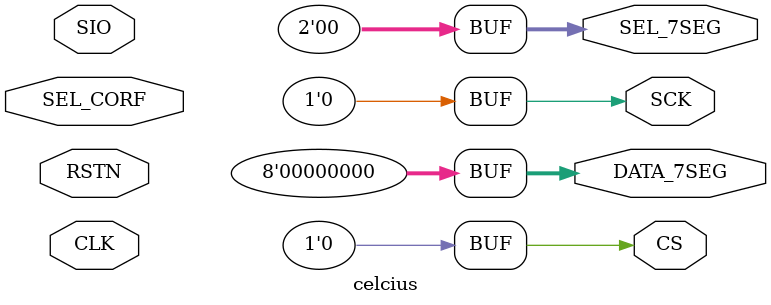
<source format=v>
module celcius(	// file.cleaned.mlir:2:3
  input        RSTN,	// file.cleaned.mlir:2:25
               CLK,	// file.cleaned.mlir:2:40
               SEL_CORF,	// file.cleaned.mlir:2:54
               SIO,	// file.cleaned.mlir:2:73
  output       SCK,	// file.cleaned.mlir:2:88
               CS,	// file.cleaned.mlir:2:102
  output [7:0] DATA_7SEG,	// file.cleaned.mlir:2:115
  output [1:0] SEL_7SEG	// file.cleaned.mlir:2:135
);

  assign SCK = 1'h0;	// file.cleaned.mlir:3:14, :6:5
  assign CS = 1'h0;	// file.cleaned.mlir:3:14, :6:5
  assign DATA_7SEG = 8'h0;	// file.cleaned.mlir:4:14, :6:5
  assign SEL_7SEG = 2'h0;	// file.cleaned.mlir:5:14, :6:5
endmodule


</source>
